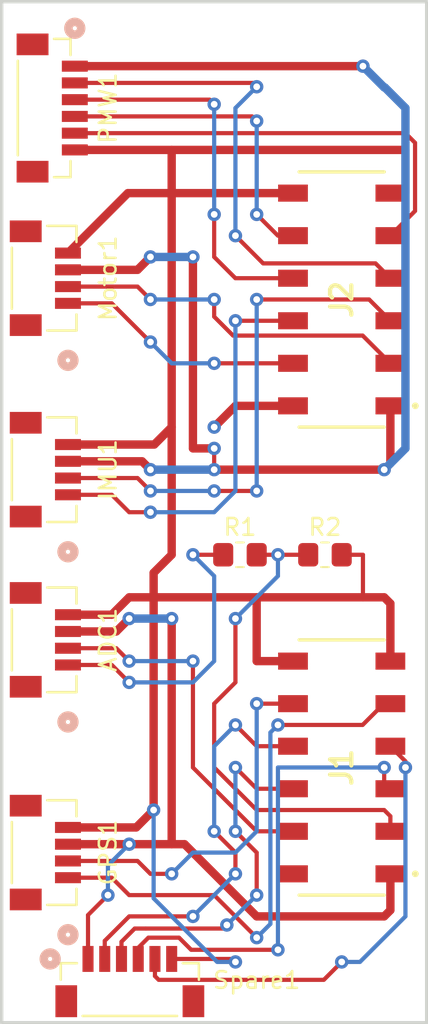
<source format=kicad_pcb>
(kicad_pcb (version 20221018) (generator pcbnew)
  (layers (0 "F.Cu" signal) (31 "B.Cu" signal) (34 "B.Paste" user) (35 "F.Paste" user) (36 "B.SilkS" user "B.Silkscreen") (37 "F.SilkS" user "F.Silkscreen") (38 "B.Mask" user) (39 "F.Mask" user) (44 "Edge.Cuts" user))
  (net 0 "")
  (net 2 "Net-(J1-Pad5)")
  (net 3 "Net-(J1-Pad6)")
  (net 4 "Net-(J1-Pad7)")
  (net 5 "Net-(J1-Pad8)")
  (net 6 "unconnected-(J2-Pad2)")
  (net 7 "Net-(J2-Pad7)")
  (net 8 "Net-(J2-Pad8)")
  (net 9 "Net-(J2-Pad9)")
  (net 10 "Net-(J2-Pad10)")
  (net 11 "Net-(ADC1-Pad1)")
  (net 12 "Net-(ADC1-Pad2)")
  (net 13 "Net-(ADC1-Pad3)")
  (net 14 "Net-(ADC1-Pad4)")
  (net 15 "Net-(GPS1-Pad1)")
  (net 16 "Net-(GPS1-Pad2)")
  (net 17 "Net-(IMU1-Pad1)")
  (net 18 "Net-(IMU1-Pad2)")
  (net 19 "Net-(IMU1-Pad3)")
  (net 20 "Net-(J1-Pad3)")
  (net 21 "Net-(J2-Pad3)")
  (net 22 "Net-(J2-Pad4)")
  (footprint "Resistor_SMD:R_0805_2012Metric_Pad1.20x1.40mm_HandSolder" (layer "F.Cu") (at 79.01 63.5)
    (fp_text reference "R1" (at 0 -1.65) (layer "F.SilkS"))
    (fp_text value "8K2")
    (fp_line (start -0.227064 -0.735) (end 0.227064 -0.735) (stroke (width 0.12)) (layer "F.SilkS"))
    (fp_line (start -0.227064 0.735) (end 0.227064 0.735) (stroke (width 0.12)) (layer "F.SilkS"))
    (pad "1" smd roundrect (at -1 0) (size 1.2 1.4) (layers "F.Cu" "F.Paste" "F.Mask") (roundrect_rratio 0.2083333333) (net 11 "Net-(ADC1-Pad1)"))
    (pad "2" smd roundrect (at 1 0) (size 1.2 1.4) (layers "F.Cu" "F.Paste" "F.Mask") (roundrect_rratio 0.2083333333) (net 20 "Net-(J1-Pad3)"))
  )
  (footprint "footprints1:CONN_BM04B-SRSS-TBT LFSN_JST" (layer "F.Cu") (at 67.31 58.42 90)
    (fp_text reference "IMU1" (at 0 3.81 90 unlocked) (layer "F.SilkS"))
    (fp_text value "BM04B-SRSS-TBT LFSN" hide)
    (fp_circle (center -4.9022 1.4216) (end -4.5212 1.4216) (stroke (width 0.508)) (fill none) (layer "B.SilkS"))
    (fp_line (start -3.1242 0.181841) (end -3.1242 1.9304) (stroke (width 0.1524)) (layer "F.SilkS"))
    (fp_line (start -3.1242 1.9304) (end -2.16294 1.9304) (stroke (width 0.1524)) (layer "F.SilkS"))
    (fp_line (start 1.819559 -1.9304) (end -1.819559 -1.9304) (stroke (width 0.1524)) (layer "F.SilkS"))
    (fp_line (start 2.16294 1.9304) (end 3.1242 1.9304) (stroke (width 0.1524)) (layer "F.SilkS"))
    (fp_line (start 3.1242 1.9304) (end 3.1242 0.181841) (stroke (width 0.1524)) (layer "F.SilkS"))
    (fp_circle (center -4.9022 1.4216) (end -4.5212 1.4216) (stroke (width 0.508)) (fill none) (layer "F.SilkS"))
    (pad "1" smd rect (at -1.5 1.4216 90) (size 0.6604 1.5494) (layers "F.Cu" "F.Paste" "F.Mask") (net 17 "Net-(IMU1-Pad1)"))
    (pad "2" smd rect (at -0.499999 1.4216 90) (size 0.6604 1.5494) (layers "F.Cu" "F.Paste" "F.Mask") (net 18 "Net-(IMU1-Pad2)"))
    (pad "3" smd rect (at 0.499999 1.4216 90) (size 0.6604 1.5494) (layers "F.Cu" "F.Paste" "F.Mask") (net 19 "Net-(IMU1-Pad3)"))
    (pad "4" smd rect (at 1.5 1.4216 90) (size 0.6604 1.5494) (layers "F.Cu" "F.Paste" "F.Mask") (net 14 "Net-(ADC1-Pad4)"))
    (pad "5" smd rect (at -2.799999 -1.103399 180) (size 1.905 1.2954) (layers "F.Cu" "F.Paste" "F.Mask"))
    (pad "6" smd rect (at 2.799999 -1.103399 180) (size 1.905 1.2954) (layers "F.Cu" "F.Paste" "F.Mask"))
  )
  (footprint "footprints:CONN_BM06B-SRSS-TB_JST" (layer "F.Cu") (at 72.43 89.459791)
    (fp_text reference "Spare1" (at 7.58 -0.559791 unlocked) (layer "F.SilkS"))
    (fp_text value "BM06B-SRSS-TBLFSN" hide)
    (fp_circle (center -4.7625 -1.829791) (end -4.3815 -1.829791) (stroke (width 0.508)) (fill none) (layer "B.SilkS"))
    (fp_line (start -4.1275 -1.5748) (end -4.1275 -0.590017) (stroke (width 0.1524)) (layer "F.SilkS"))
    (fp_line (start -3.16294 -1.5748) (end -4.1275 -1.5748) (stroke (width 0.1524)) (layer "F.SilkS"))
    (fp_line (start -2.81956 1.5748) (end 2.81956 1.5748) (stroke (width 0.1524)) (layer "F.SilkS"))
    (fp_line (start 4.1275 -1.5748) (end 3.16294 -1.5748) (stroke (width 0.1524)) (layer "F.SilkS"))
    (fp_line (start 4.1275 -0.590017) (end 4.1275 -1.5748) (stroke (width 0.1524)) (layer "F.SilkS"))
    (fp_circle (center -4.7625 -1.829791) (end -4.3815 -1.829791) (stroke (width 0.508)) (fill none) (layer "F.SilkS"))
    (pad "1" smd rect (at -2.5 -1.829791) (size 0.6604 1.5494) (layers "F.Cu" "F.Paste" "F.Mask") (net 13 "Net-(ADC1-Pad3)"))
    (pad "2" smd rect (at -1.5 -1.829791) (size 0.6604 1.5494) (layers "F.Cu" "F.Paste" "F.Mask") (net 5 "Net-(J1-Pad8)"))
    (pad "3" smd rect (at -0.499999 -1.829791) (size 0.6604 1.5494) (layers "F.Cu" "F.Paste" "F.Mask") (net 3 "Net-(J1-Pad6)"))
    (pad "4" smd rect (at 0.499999 -1.829791) (size 0.6604 1.5494) (layers "F.Cu" "F.Paste" "F.Mask") (net 2 "Net-(J1-Pad5)"))
    (pad "5" smd rect (at 1.5 -1.829791) (size 0.6604 1.5494) (layers "F.Cu" "F.Paste" "F.Mask") (net 4 "Net-(J1-Pad7)"))
    (pad "6" smd rect (at 2.5 -1.829791) (size 0.6604 1.5494) (layers "F.Cu" "F.Paste" "F.Mask") (net 14 "Net-(ADC1-Pad4)"))
    (pad "7" smd rect (at -3.8 0.695223 90) (size 1.905 1.2954) (layers "F.Cu" "F.Paste" "F.Mask"))
    (pad "8" smd rect (at 3.8 0.695223 90) (size 1.905 1.2954) (layers "F.Cu" "F.Paste" "F.Mask"))
  )
  (footprint "Resistor_SMD:R_0805_2012Metric_Pad1.20x1.40mm_HandSolder" (layer "F.Cu") (at 84.09 63.5)
    (fp_text reference "R2" (at 0 -1.65) (layer "F.SilkS"))
    (fp_text value "3K")
    (fp_line (start -0.227064 -0.735) (end 0.227064 -0.735) (stroke (width 0.12)) (layer "F.SilkS"))
    (fp_line (start -0.227064 0.735) (end 0.227064 0.735) (stroke (width 0.12)) (layer "F.SilkS"))
    (pad "1" smd roundrect (at -1 0) (size 1.2 1.4) (layers "F.Cu" "F.Paste" "F.Mask") (roundrect_rratio 0.2083333333) (net 20 "Net-(J1-Pad3)"))
    (pad "2" smd roundrect (at 1 0) (size 1.2 1.4) (layers "F.Cu" "F.Paste" "F.Mask") (roundrect_rratio 0.2083333333) (net 14 "Net-(ADC1-Pad4)"))
  )
  (footprint "footprints1:CONN_BM04B-SRSS-TBT LFSN_JST" (layer "F.Cu") (at 67.31 46.99 90)
    (fp_text reference "Motor1" (at 0 3.81 90 unlocked) (layer "F.SilkS"))
    (fp_text value "BM04B-SRSS-TBT LFSN" hide)
    (fp_circle (center -4.9022 1.4216) (end -4.5212 1.4216) (stroke (width 0.508)) (fill none) (layer "B.SilkS"))
    (fp_line (start -3.1242 0.181841) (end -3.1242 1.9304) (stroke (width 0.1524)) (layer "F.SilkS"))
    (fp_line (start -3.1242 1.9304) (end -2.16294 1.9304) (stroke (width 0.1524)) (layer "F.SilkS"))
    (fp_line (start 1.819559 -1.9304) (end -1.819559 -1.9304) (stroke (width 0.1524)) (layer "F.SilkS"))
    (fp_line (start 2.16294 1.9304) (end 3.1242 1.9304) (stroke (width 0.1524)) (layer "F.SilkS"))
    (fp_line (start 3.1242 1.9304) (end 3.1242 0.181841) (stroke (width 0.1524)) (layer "F.SilkS"))
    (fp_circle (center -4.9022 1.4216) (end -4.5212 1.4216) (stroke (width 0.508)) (fill none) (layer "F.SilkS"))
    (pad "1" smd rect (at -1.5 1.4216 90) (size 0.6604 1.5494) (layers "F.Cu" "F.Paste" "F.Mask") (net 22 "Net-(J2-Pad4)"))
    (pad "2" smd rect (at -0.499999 1.4216 90) (size 0.6604 1.5494) (layers "F.Cu" "F.Paste" "F.Mask") (net 21 "Net-(J2-Pad3)"))
    (pad "3" smd rect (at 0.499999 1.4216 90) (size 0.6604 1.5494) (layers "F.Cu" "F.Paste" "F.Mask") (net 19 "Net-(IMU1-Pad3)"))
    (pad "4" smd rect (at 1.5 1.4216 90) (size 0.6604 1.5494) (layers "F.Cu" "F.Paste" "F.Mask") (net 14 "Net-(ADC1-Pad4)"))
    (pad "5" smd rect (at -2.799999 -1.103399 180) (size 1.905 1.2954) (layers "F.Cu" "F.Paste" "F.Mask"))
    (pad "6" smd rect (at 2.799999 -1.103399 180) (size 1.905 1.2954) (layers "F.Cu" "F.Paste" "F.Mask"))
  )
  (footprint "KiCad:M207810645R" (layer "F.Cu") (at 85.09 76.2 90)
    (fp_text reference "J1" (at 0 0 90) (layer "F.SilkS") (effects (font (size 1.27 1.27) (thickness 0.254))))
    (fp_text value "M20-7810645R" hide)
    (fp_line (start -7.62 -2.54) (end -7.62 -2.54) (stroke (width 0.2)) (layer "F.SilkS"))
    (fp_line (start -7.62 -2.54) (end -7.62 2.54) (stroke (width 0.2)) (layer "F.SilkS"))
    (fp_line (start -7.62 2.54) (end -7.62 -2.54) (stroke (width 0.2)) (layer "F.SilkS"))
    (fp_line (start -7.62 2.54) (end -7.62 2.54) (stroke (width 0.2)) (layer "F.SilkS"))
    (fp_line (start -6.35 4.3) (end -6.35 4.3) (stroke (width 0.2)) (layer "F.SilkS"))
    (fp_line (start -6.35 4.5) (end -6.35 4.5) (stroke (width 0.2)) (layer "F.SilkS"))
    (fp_line (start -6.35 4.5) (end -6.35 4.5) (stroke (width 0.2)) (layer "F.SilkS"))
    (fp_line (start 7.62 -2.54) (end 7.62 -2.54) (stroke (width 0.2)) (layer "F.SilkS"))
    (fp_line (start 7.62 -2.54) (end 7.62 2.54) (stroke (width 0.2)) (layer "F.SilkS"))
    (fp_line (start 7.62 2.54) (end 7.62 -2.54) (stroke (width 0.2)) (layer "F.SilkS"))
    (fp_line (start 7.62 2.54) (end 7.62 2.54) (stroke (width 0.2)) (layer "F.SilkS"))
    (fp_arc (start -6.35 4.3) (mid -6.25 4.4) (end -6.35 4.5) (stroke (width 0.2)) (layer "F.SilkS"))
    (fp_arc (start -6.35 4.3) (mid -6.25 4.4) (end -6.35 4.5) (stroke (width 0.2)) (layer "F.SilkS"))
    (fp_arc (start -6.35 4.5) (mid -6.45 4.4) (end -6.35 4.3) (stroke (width 0.2)) (layer "F.SilkS"))
    (pad "" np_thru_hole circle (at -6.35 -1.27 90) (size 1.02 1.02) (drill 1.02) (layers "*.Cu" "*.Mask"))
    (pad "" np_thru_hole circle (at -6.35 1.27 90) (size 1.02 1.02) (drill 1.02) (layers "*.Cu" "*.Mask"))
    (pad "" np_thru_hole circle (at -5.08 0 90) (size 1.8 1.8) (drill 1.8) (layers "*.Cu" "*.Mask"))
    (pad "" np_thru_hole circle (at -3.81 -1.27 90) (size 1.02 1.02) (drill 1.02) (layers "*.Cu" "*.Mask"))
    (pad "" np_thru_hole circle (at -3.81 1.27 90) (size 1.02 1.02) (drill 1.02) (layers "*.Cu" "*.Mask"))
    (pad "" np_thru_hole circle (at -1.27 -1.27 90) (size 1.02 1.02) (drill 1.02) (layers "*.Cu" "*.Mask"))
    (pad "" np_thru_hole circle (at -1.27 1.27 90) (size 1.02 1.02) (drill 1.02) (layers "*.Cu" "*.Mask"))
    (pad "" np_thru_hole circle (at 1.27 -1.27 90) (size 1.02 1.02) (drill 1.02) (layers "*.Cu" "*.Mask"))
    (pad "" np_thru_hole circle (at 1.27 1.27 90) (size 1.02 1.02) (drill 1.02) (layers "*.Cu" "*.Mask"))
    (pad "" np_thru_hole circle (at 3.81 -1.27 90) (size 1.02 1.02) (drill 1.02) (layers "*.Cu" "*.Mask"))
    (pad "" np_thru_hole circle (at 3.81 1.27 90) (size 1.02 1.02) (drill 1.02) (layers "*.Cu" "*.Mask"))
    (pad "" np_thru_hole circle (at 5.08 0 90) (size 1.8 1.8) (drill 1.8) (layers "*.Cu" "*.Mask"))
    (pad "" np_thru_hole circle (at 6.35 -1.27 90) (size 1.02 1.02) (drill 1.02) (layers "*.Cu" "*.Mask"))
    (pad "" np_thru_hole circle (at 6.35 1.27 90) (size 1.02 1.02) (drill 1.02) (layers "*.Cu" "*.Mask"))
    (pad "1" smd rect (at -6.35 2.91 90) (size 1.02 1.78) (layers "F.Cu" "F.Paste" "F.Mask") (net 13 "Net-(ADC1-Pad3)"))
    (pad "2" smd rect (at -6.35 -2.91 90) (size 1.02 1.78) (layers "F.Cu" "F.Paste" "F.Mask"))
    (pad "3" smd rect (at -3.81 2.91 90) (size 1.02 1.78) (layers "F.Cu" "F.Paste" "F.Mask") (net 20 "Net-(J1-Pad3)"))
    (pad "4" smd rect (at -3.81 -2.91 90) (size 1.02 1.78) (layers "F.Cu" "F.Paste" "F.Mask") (net 12 "Net-(ADC1-Pad2)"))
    (pad "5" smd rect (at -1.27 2.91 90) (size 1.02 1.78) (layers "F.Cu" "F.Paste" "F.Mask") (net 2 "Net-(J1-Pad5)"))
    (pad "6" smd rect (at -1.27 -2.91 90) (size 1.02 1.78) (layers "F.Cu" "F.Paste" "F.Mask") (net 3 "Net-(J1-Pad6)"))
    (pad "7" smd rect (at 1.27 2.91 90) (size 1.02 1.78) (layers "F.Cu" "F.Paste" "F.Mask") (net 4 "Net-(J1-Pad7)"))
    (pad "8" smd rect (at 1.27 -2.91 90) (size 1.02 1.78) (layers "F.Cu" "F.Paste" "F.Mask") (net 5 "Net-(J1-Pad8)"))
    (pad "9" smd rect (at 3.81 2.91 90) (size 1.02 1.78) (layers "F.Cu" "F.Paste" "F.Mask") (net 15 "Net-(GPS1-Pad1)"))
    (pad "10" smd rect (at 3.81 -2.91 90) (size 1.02 1.78) (layers "F.Cu" "F.Paste" "F.Mask") (net 16 "Net-(GPS1-Pad2)"))
    (pad "11" smd rect (at 6.35 2.91 90) (size 1.02 1.78) (layers "F.Cu" "F.Paste" "F.Mask") (net 14 "Net-(ADC1-Pad4)"))
    (pad "12" smd rect (at 6.35 -2.91 90) (size 1.02 1.78) (layers "F.Cu" "F.Paste" "F.Mask") (net 14 "Net-(ADC1-Pad4)"))
  )
  (footprint "KiCad:M207810645R" (layer "F.Cu") (at 85.09 48.26 90)
    (fp_text reference "J2" (at 0 0 90) (layer "F.SilkS") (effects (font (size 1.27 1.27) (thickness 0.254))))
    (fp_text value "M20-7810645R" hide)
    (fp_line (start -7.62 -2.54) (end -7.62 -2.54) (stroke (width 0.2)) (layer "F.SilkS"))
    (fp_line (start -7.62 -2.54) (end -7.62 2.54) (stroke (width 0.2)) (layer "F.SilkS"))
    (fp_line (start -7.62 2.54) (end -7.62 -2.54) (stroke (width 0.2)) (layer "F.SilkS"))
    (fp_line (start -7.62 2.54) (end -7.62 2.54) (stroke (width 0.2)) (layer "F.SilkS"))
    (fp_line (start -6.35 4.3) (end -6.35 4.3) (stroke (width 0.2)) (layer "F.SilkS"))
    (fp_line (start -6.35 4.5) (end -6.35 4.5) (stroke (width 0.2)) (layer "F.SilkS"))
    (fp_line (start -6.35 4.5) (end -6.35 4.5) (stroke (width 0.2)) (layer "F.SilkS"))
    (fp_line (start 7.62 -2.54) (end 7.62 -2.54) (stroke (width 0.2)) (layer "F.SilkS"))
    (fp_line (start 7.62 -2.54) (end 7.62 2.54) (stroke (width 0.2)) (layer "F.SilkS"))
    (fp_line (start 7.62 2.54) (end 7.62 -2.54) (stroke (width 0.2)) (layer "F.SilkS"))
    (fp_line (start 7.62 2.54) (end 7.62 2.54) (stroke (width 0.2)) (layer "F.SilkS"))
    (fp_arc (start -6.35 4.3) (mid -6.25 4.4) (end -6.35 4.5) (stroke (width 0.2)) (layer "F.SilkS"))
    (fp_arc (start -6.35 4.3) (mid -6.25 4.4) (end -6.35 4.5) (stroke (width 0.2)) (layer "F.SilkS"))
    (fp_arc (start -6.35 4.5) (mid -6.45 4.4) (end -6.35 4.3) (stroke (width 0.2)) (layer "F.SilkS"))
    (pad "" np_thru_hole circle (at -6.35 -1.27 90) (size 1.02 1.02) (drill 1.02) (layers "*.Cu" "*.Mask"))
    (pad "" np_thru_hole circle (at -6.35 1.27 90) (size 1.02 1.02) (drill 1.02) (layers "*.Cu" "*.Mask"))
    (pad "" np_thru_hole circle (at -5.08 0 90) (size 1.8 1.8) (drill 1.8) (layers "*.Cu" "*.Mask"))
    (pad "" np_thru_hole circle (at -3.81 -1.27 90) (size 1.02 1.02) (drill 1.02) (layers "*.Cu" "*.Mask"))
    (pad "" np_thru_hole circle (at -3.81 1.27 90) (size 1.02 1.02) (drill 1.02) (layers "*.Cu" "*.Mask"))
    (pad "" np_thru_hole circle (at -1.27 -1.27 90) (size 1.02 1.02) (drill 1.02) (layers "*.Cu" "*.Mask"))
    (pad "" np_thru_hole circle (at -1.27 1.27 90) (size 1.02 1.02) (drill 1.02) (layers "*.Cu" "*.Mask"))
    (pad "" np_thru_hole circle (at 1.27 -1.27 90) (size 1.02 1.02) (drill 1.02) (layers "*.Cu" "*.Mask"))
    (pad "" np_thru_hole circle (at 1.27 1.27 90) (size 1.02 1.02) (drill 1.02) (layers "*.Cu" "*.Mask"))
    (pad "" np_thru_hole circle (at 3.81 -1.27 90) (size 1.02 1.02) (drill 1.02) (layers "*.Cu" "*.Mask"))
    (pad "" np_thru_hole circle (at 3.81 1.27 90) (size 1.02 1.02) (drill 1.02) (layers "*.Cu" "*.Mask"))
    (pad "" np_thru_hole circle (at 5.08 0 90) (size 1.8 1.8) (drill 1.8) (layers "*.Cu" "*.Mask"))
    (pad "" np_thru_hole circle (at 6.35 -1.27 90) (size 1.02 1.02) (drill 1.02) (layers "*.Cu" "*.Mask"))
    (pad "" np_thru_hole circle (at 6.35 1.27 90) (size 1.02 1.02) (drill 1.02) (layers "*.Cu" "*.Mask"))
    (pad "1" smd rect (at -6.35 2.91 90) (size 1.02 1.78) (layers "F.Cu" "F.Paste" "F.Mask") (net 19 "Net-(IMU1-Pad3)"))
    (pad "2" smd rect (at -6.35 -2.91 90) (size 1.02 1.78) (layers "F.Cu" "F.Paste" "F.Mask") (net 6 "unconnected-(J2-Pad2)"))
    (pad "3" smd rect (at -3.81 2.91 90) (size 1.02 1.78) (layers "F.Cu" "F.Paste" "F.Mask") (net 21 "Net-(J2-Pad3)"))
    (pad "4" smd rect (at -3.81 -2.91 90) (size 1.02 1.78) (layers "F.Cu" "F.Paste" "F.Mask") (net 22 "Net-(J2-Pad4)"))
    (pad "5" smd rect (at -1.27 2.91 90) (size 1.02 1.78) (layers "F.Cu" "F.Paste" "F.Mask") (net 18 "Net-(IMU1-Pad2)"))
    (pad "6" smd rect (at -1.27 -2.91 90) (size 1.02 1.78) (layers "F.Cu" "F.Paste" "F.Mask") (net 17 "Net-(IMU1-Pad1)"))
    (pad "7" smd rect (at 1.27 2.91 90) (size 1.02 1.78) (layers "F.Cu" "F.Paste" "F.Mask") (net 7 "Net-(J2-Pad7)"))
    (pad "8" smd rect (at 1.27 -2.91 90) (size 1.02 1.78) (layers "F.Cu" "F.Paste" "F.Mask") (net 8 "Net-(J2-Pad8)"))
    (pad "9" smd rect (at 3.81 2.91 90) (size 1.02 1.78) (layers "F.Cu" "F.Paste" "F.Mask") (net 9 "Net-(J2-Pad9)"))
    (pad "10" smd rect (at 3.81 -2.91 90) (size 1.02 1.78) (layers "F.Cu" "F.Paste" "F.Mask") (net 10 "Net-(J2-Pad10)"))
    (pad "11" smd rect (at 6.35 2.91 90) (size 1.02 1.78) (layers "F.Cu" "F.Paste" "F.Mask") (net 14 "Net-(ADC1-Pad4)"))
    (pad "12" smd rect (at 6.35 -2.91 90) (size 1.02 1.78) (layers "F.Cu" "F.Paste" "F.Mask") (net 14 "Net-(ADC1-Pad4)"))
  )
  (footprint "footprints1:CONN_BM04B-SRSS-TBT LFSN_JST" (layer "F.Cu") (at 67.31 81.28 90)
    (fp_text reference "GPS1" (at 0 3.81 90 unlocked) (layer "F.SilkS"))
    (fp_text value "BM04B-SRSS-TBT LFSN" hide)
    (fp_circle (center -4.9022 1.4216) (end -4.5212 1.4216) (stroke (width 0.508)) (fill none) (layer "B.SilkS"))
    (fp_line (start -3.1242 0.181841) (end -3.1242 1.9304) (stroke (width 0.1524)) (layer "F.SilkS"))
    (fp_line (start -3.1242 1.9304) (end -2.16294 1.9304) (stroke (width 0.1524)) (layer "F.SilkS"))
    (fp_line (start 1.819559 -1.9304) (end -1.819559 -1.9304) (stroke (width 0.1524)) (layer "F.SilkS"))
    (fp_line (start 2.16294 1.9304) (end 3.1242 1.9304) (stroke (width 0.1524)) (layer "F.SilkS"))
    (fp_line (start 3.1242 1.9304) (end 3.1242 0.181841) (stroke (width 0.1524)) (layer "F.SilkS"))
    (fp_circle (center -4.9022 1.4216) (end -4.5212 1.4216) (stroke (width 0.508)) (fill none) (layer "F.SilkS"))
    (pad "1" smd rect (at -1.5 1.4216 90) (size 0.6604 1.5494) (layers "F.Cu" "F.Paste" "F.Mask") (net 15 "Net-(GPS1-Pad1)"))
    (pad "2" smd rect (at -0.499999 1.4216 90) (size 0.6604 1.5494) (layers "F.Cu" "F.Paste" "F.Mask") (net 16 "Net-(GPS1-Pad2)"))
    (pad "3" smd rect (at 0.499999 1.4216 90) (size 0.6604 1.5494) (layers "F.Cu" "F.Paste" "F.Mask") (net 13 "Net-(ADC1-Pad3)"))
    (pad "4" smd rect (at 1.5 1.4216 90) (size 0.6604 1.5494) (layers "F.Cu" "F.Paste" "F.Mask") (net 14 "Net-(ADC1-Pad4)"))
    (pad "5" smd rect (at -2.799999 -1.103399 180) (size 1.905 1.2954) (layers "F.Cu" "F.Paste" "F.Mask"))
    (pad "6" smd rect (at 2.799999 -1.103399 180) (size 1.905 1.2954) (layers "F.Cu" "F.Paste" "F.Mask"))
  )
  (footprint "footprints1:CONN_BM04B-SRSS-TBT LFSN_JST" (layer "F.Cu") (at 67.31 68.58 90)
    (fp_text reference "ADC1" (at 0 3.81 90 unlocked) (layer "F.SilkS"))
    (fp_text value "BM04B-SRSS-TBT LFSN" hide)
    (fp_circle (center -4.9022 1.4216) (end -4.5212 1.4216) (stroke (width 0.508)) (fill none) (layer "B.SilkS"))
    (fp_line (start -3.1242 0.181841) (end -3.1242 1.9304) (stroke (width 0.1524)) (layer "F.SilkS"))
    (fp_line (start -3.1242 1.9304) (end -2.16294 1.9304) (stroke (width 0.1524)) (layer "F.SilkS"))
    (fp_line (start 1.819559 -1.9304) (end -1.819559 -1.9304) (stroke (width 0.1524)) (layer "F.SilkS"))
    (fp_line (start 2.16294 1.9304) (end 3.1242 1.9304) (stroke (width 0.1524)) (layer "F.SilkS"))
    (fp_line (start 3.1242 1.9304) (end 3.1242 0.181841) (stroke (width 0.1524)) (layer "F.SilkS"))
    (fp_circle (center -4.9022 1.4216) (end -4.5212 1.4216) (stroke (width 0.508)) (fill none) (layer "F.SilkS"))
    (pad "1" smd rect (at -1.5 1.4216 90) (size 0.6604 1.5494) (layers "F.Cu" "F.Paste" "F.Mask") (net 11 "Net-(ADC1-Pad1)"))
    (pad "2" smd rect (at -0.499999 1.4216 90) (size 0.6604 1.5494) (layers "F.Cu" "F.Paste" "F.Mask") (net 12 "Net-(ADC1-Pad2)"))
    (pad "3" smd rect (at 0.499999 1.4216 90) (size 0.6604 1.5494) (layers "F.Cu" "F.Paste" "F.Mask") (net 13 "Net-(ADC1-Pad3)"))
    (pad "4" smd rect (at 1.5 1.4216 90) (size 0.6604 1.5494) (layers "F.Cu" "F.Paste" "F.Mask") (net 14 "Net-(ADC1-Pad4)"))
    (pad "5" smd rect (at -2.799999 -1.103399 180) (size 1.905 1.2954) (layers "F.Cu" "F.Paste" "F.Mask"))
    (pad "6" smd rect (at 2.799999 -1.103399 180) (size 1.905 1.2954) (layers "F.Cu" "F.Paste" "F.Mask"))
  )
  (footprint "footprints:CONN_BM06B-SRSS-TB_JST" (layer "F.Cu") (at 67.31 36.83 -90)
    (fp_text reference "PMW1" (at 0 -3.81 90 unlocked) (layer "F.SilkS"))
    (fp_text value "BM06B-SRSS-TBLFSN" hide)
    (fp_circle (center -4.7625 -1.829791) (end -4.3815 -1.829791) (stroke (width 0.508)) (fill none) (layer "B.SilkS"))
    (fp_line (start -4.1275 -1.5748) (end -4.1275 -0.590017) (stroke (width 0.1524)) (layer "F.SilkS"))
    (fp_line (start -3.16294 -1.5748) (end -4.1275 -1.5748) (stroke (width 0.1524)) (layer "F.SilkS"))
    (fp_line (start -2.81956 1.5748) (end 2.81956 1.5748) (stroke (width 0.1524)) (layer "F.SilkS"))
    (fp_line (start 4.1275 -1.5748) (end 3.16294 -1.5748) (stroke (width 0.1524)) (layer "F.SilkS"))
    (fp_line (start 4.1275 -0.590017) (end 4.1275 -1.5748) (stroke (width 0.1524)) (layer "F.SilkS"))
    (fp_circle (center -4.7625 -1.829791) (end -4.3815 -1.829791) (stroke (width 0.508)) (fill none) (layer "F.SilkS"))
    (pad "1" smd rect (at -2.5 -1.829791 270) (size 0.6604 1.5494) (layers "F.Cu" "F.Paste" "F.Mask") (net 19 "Net-(IMU1-Pad3)"))
    (pad "2" smd rect (at -1.5 -1.829791 270) (size 0.6604 1.5494) (layers "F.Cu" "F.Paste" "F.Mask") (net 7 "Net-(J2-Pad7)"))
    (pad "3" smd rect (at -0.499999 -1.829791 270) (size 0.6604 1.5494) (layers "F.Cu" "F.Paste" "F.Mask") (net 8 "Net-(J2-Pad8)"))
    (pad "4" smd rect (at 0.499999 -1.829791 270) (size 0.6604 1.5494) (layers "F.Cu" "F.Paste" "F.Mask") (net 10 "Net-(J2-Pad10)"))
    (pad "5" smd rect (at 1.5 -1.829791 270) (size 0.6604 1.5494) (layers "F.Cu" "F.Paste" "F.Mask") (net 9 "Net-(J2-Pad9)"))
    (pad "6" smd rect (at 2.5 -1.829791 270) (size 0.6604 1.5494) (layers "F.Cu" "F.Paste" "F.Mask") (net 14 "Net-(ADC1-Pad4)"))
    (pad "7" smd rect (at -3.8 0.695223) (size 1.905 1.2954) (layers "F.Cu" "F.Paste" "F.Mask"))
    (pad "8" smd rect (at 3.8 0.695223) (size 1.905 1.2954) (layers "F.Cu" "F.Paste" "F.Mask"))
  )
  (gr_rect (start 64.77 30.48) (end 90.17 91.44) (stroke (width 0.2)) (fill none) (layer "Edge.Cuts"))
  (segment (start 73.53639 86.36) (end 75.3699 86.36) (width 0.25) (layer "F.Cu") (net 2))
  (segment (start 72.929999 87.63) (end 72.929999 86.966391) (width 0.25) (layer "F.Cu") (net 2))
  (segment (start 87.63 76.2) (end 87.63 77.1) (width 0.25) (layer "F.Cu") (net 2))
  (segment (start 75.3699 86.36) (end 76.0944 87.0845) (width 0.25) (layer "F.Cu") (net 2))
  (segment (start 76.0944 87.0845) (end 81.28 87.0845) (width 0.25) (layer "F.Cu") (net 2))
  (segment (start 87.63 77.1) (end 88 77.47) (width 0.25) (layer "F.Cu") (net 2))
  (segment (start 72.929999 86.966391) (end 73.53639 86.36) (width 0.25) (layer "F.Cu") (net 2))
  (via (at 87.63 76.2) (size 0.8) (drill 0.4) (layers "F.Cu" "B.Cu") (net 2))
  (via (at 81.28 87.0845) (size 0.8) (drill 0.4) (layers "F.Cu" "B.Cu") (net 2))
  (segment (start 81.28 76.2) (end 81.28 87.0845) (width 0.25) (layer "B.Cu") (net 2))
  (segment (start 87.63 76.2) (end 81.28 76.2) (width 0.25) (layer "B.Cu") (net 2))
  (segment (start 80.01 83.82) (end 80.01 81.28) (width 0.25) (layer "F.Cu") (net 3))
  (segment (start 78.015 85.815) (end 73.385 85.815) (width 0.25) (layer "F.Cu") (net 3))
  (segment (start 72.720301 85.815) (end 73.385 85.815) (width 0.25) (layer "F.Cu") (net 3))
  (segment (start 71.930001 87.63) (end 71.930001 86.6053) (width 0.25) (layer "F.Cu") (net 3))
  (segment (start 82.18 77.47) (end 80.01 77.47) (width 0.25) (layer "F.Cu") (net 3))
  (segment (start 80.01 77.47) (end 78.74 76.2) (width 0.25) (layer "F.Cu") (net 3))
  (segment (start 71.930001 86.6053) (end 72.720301 85.815) (width 0.25) (layer "F.Cu") (net 3))
  (segment (start 78.2277 85.6023) (end 78.015 85.815) (width 0.25) (layer "F.Cu") (net 3))
  (segment (start 80.01 81.28) (end 78.74 80.01) (width 0.25) (layer "F.Cu") (net 3))
  (via (at 78.74 80.01) (size 0.8) (drill 0.4) (layers "F.Cu" "B.Cu") (net 3))
  (via (at 80.01 83.82) (size 0.8) (drill 0.4) (layers "F.Cu" "B.Cu") (net 3))
  (via (at 78.74 76.2) (size 0.8) (drill 0.4) (layers "F.Cu" "B.Cu") (net 3))
  (via (at 78.2277 85.6023) (size 0.8) (drill 0.4) (layers "F.Cu" "B.Cu") (net 3))
  (segment (start 78.74 76.2) (end 78.74 80.01) (width 0.25) (layer "B.Cu") (net 3))
  (segment (start 78.2277 85.6023) (end 80.01 83.82) (width 0.25) (layer "B.Cu") (net 3))
  (segment (start 88.9 75.83) (end 88 74.93) (width 0.25) (layer "F.Cu") (net 4))
  (segment (start 88.9 76.2) (end 88.9 75.83) (width 0.25) (layer "F.Cu") (net 4))
  (segment (start 73.93 87.63) (end 73.93 88.6547) (width 0.25) (layer "F.Cu") (net 4))
  (segment (start 73.93 88.6547) (end 74.152814 88.877514) (width 0.25) (layer "F.Cu") (net 4))
  (segment (start 74.152814 88.877514) (end 84.021986 88.877514) (width 0.25) (layer "F.Cu") (net 4))
  (segment (start 84.021986 88.877514) (end 85.09 87.8095) (width 0.25) (layer "F.Cu") (net 4))
  (via (at 85.09 87.8095) (size 0.8) (drill 0.4) (layers "F.Cu" "B.Cu") (net 4))
  (via (at 88.9 76.2) (size 0.8) (drill 0.4) (layers "F.Cu" "B.Cu") (net 4))
  (segment (start 88.9 85.09) (end 88.9 76.2) (width 0.25) (layer "B.Cu") (net 4))
  (segment (start 88.9 85.09) (end 86.1805 87.8095) (width 0.25) (layer "B.Cu") (net 4))
  (segment (start 86.1805 87.8095) (end 85.09 87.8095) (width 0.25) (layer "B.Cu") (net 4))
  (segment (start 72.39 85.09) (end 76.2 85.09) (width 0.25) (layer "F.Cu") (net 5))
  (segment (start 78.74 81.28) (end 78.74 82.55) (width 0.25) (layer "F.Cu") (net 5))
  (segment (start 70.93 86.55) (end 72.39 85.09) (width 0.25) (layer "F.Cu") (net 5))
  (segment (start 77.47 80.01) (end 78.74 81.28) (width 0.25) (layer "F.Cu") (net 5))
  (segment (start 80.01 74.93) (end 78.74 73.66) (width 0.25) (layer "F.Cu") (net 5))
  (segment (start 82.18 74.93) (end 80.01 74.93) (width 0.25) (layer "F.Cu") (net 5))
  (segment (start 70.93 87.63) (end 70.93 86.55) (width 0.25) (layer "F.Cu") (net 5))
  (via (at 77.47 80.01) (size 0.8) (drill 0.4) (layers "F.Cu" "B.Cu") (net 5))
  (via (at 78.74 73.66) (size 0.8) (drill 0.4) (layers "F.Cu" "B.Cu") (net 5))
  (via (at 78.74 82.55) (size 0.8) (drill 0.4) (layers "F.Cu" "B.Cu") (net 5))
  (via (at 76.2 85.09) (size 0.8) (drill 0.4) (layers "F.Cu" "B.Cu") (net 5))
  (segment (start 78.74 73.66) (end 77.47 74.93) (width 0.25) (layer "B.Cu") (net 5))
  (segment (start 77.47 74.93) (end 77.47 80.01) (width 0.25) (layer "B.Cu") (net 5))
  (segment (start 78.74 82.55) (end 76.2 85.09) (width 0.25) (layer "B.Cu") (net 5))
  (segment (start 78.74 54.61) (end 77.47 55.88) (width 0.5) (layer "F.Cu") (net 6))
  (segment (start 82.18 54.61) (end 78.74 54.61) (width 0.5) (layer "F.Cu") (net 6))
  (via (at 77.47 55.88) (size 0.8) (drill 0.4) (layers "F.Cu" "B.Cu") (net 6))
  (segment (start 87.115 46.105) (end 80.395 46.105) (width 0.25) (layer "F.Cu") (net 7))
  (segment (start 80.395 46.105) (end 78.74 44.45) (width 0.25) (layer "F.Cu") (net 7))
  (segment (start 88 46.99) (end 87.115 46.105) (width 0.25) (layer "F.Cu") (net 7))
  (segment (start 69.139791 35.33) (end 79.78 35.33) (width 0.25) (layer "F.Cu") (net 7))
  (segment (start 79.78 35.33) (end 80.01 35.56) (width 0.25) (layer "F.Cu") (net 7))
  (via (at 78.74 44.45) (size 0.8) (drill 0.4) (layers "F.Cu" "B.Cu") (net 7))
  (via (at 80.01 35.56) (size 0.8) (drill 0.4) (layers "F.Cu" "B.Cu") (net 7))
  (segment (start 78.74 44.45) (end 78.74 36.83) (width 0.25) (layer "B.Cu") (net 7))
  (segment (start 78.74 36.83) (end 80.01 35.56) (width 0.25) (layer "B.Cu") (net 7))
  (segment (start 77.47 43.18) (end 77.47 45.72) (width 0.25) (layer "F.Cu") (net 8))
  (segment (start 78.74 46.99) (end 81.28 46.99) (width 0.25) (layer "F.Cu") (net 8))
  (segment (start 77.194502 36.330001) (end 77.47 36.605499) (width 0.25) (layer "F.Cu") (net 8))
  (segment (start 69.139791 36.330001) (end 77.194502 36.330001) (width 0.25) (layer "F.Cu") (net 8))
  (segment (start 77.47 45.72) (end 78.74 46.99) (width 0.25) (layer "F.Cu") (net 8))
  (segment (start 82.18 46.99) (end 81.28 46.99) (width 0.25) (layer "F.Cu") (net 8))
  (via (at 77.47 43.18) (size 0.8) (drill 0.4) (layers "F.Cu" "B.Cu") (net 8))
  (via (at 77.47 36.605499) (size 0.8) (drill 0.4) (layers "F.Cu" "B.Cu") (net 8))
  (segment (start 77.47 36.605499) (end 77.47 43.18) (width 0.25) (layer "B.Cu") (net 8))
  (segment (start 89.475 38.905) (end 89.475 42.975) (width 0.25) (layer "F.Cu") (net 9))
  (segment (start 69.139791 38.33) (end 88.9 38.33) (width 0.25) (layer "F.Cu") (net 9))
  (segment (start 89.475 42.975) (end 88 44.45) (width 0.25) (layer "F.Cu") (net 9))
  (segment (start 88.9 38.33) (end 89.475 38.905) (width 0.25) (layer "F.Cu") (net 9))
  (segment (start 81.28 44.45) (end 80.01 43.18) (width 0.25) (layer "F.Cu") (net 10))
  (segment (start 69.139791 37.329999) (end 79.734499 37.329999) (width 0.25) (layer "F.Cu") (net 10))
  (segment (start 79.734499 37.329999) (end 80.01 37.6055) (width 0.25) (layer "F.Cu") (net 10))
  (via (at 80.01 43.18) (size 0.8) (drill 0.4) (layers "F.Cu" "B.Cu") (net 10))
  (via (at 80.01 37.6055) (size 0.8) (drill 0.4) (layers "F.Cu" "B.Cu") (net 10))
  (segment (start 80.01 43.18) (end 80.01 37.6055) (width 0.25) (layer "B.Cu") (net 10))
  (segment (start 71.35 70.08) (end 72.39 71.12) (width 0.25) (layer "F.Cu") (net 11))
  (segment (start 68.7316 70.08) (end 71.35 70.08) (width 0.25) (layer "F.Cu") (net 11))
  (segment (start 78.01 63.5) (end 76.2 63.5) (width 0.25) (layer "F.Cu") (net 11))
  (via (at 72.39 71.12) (size 0.8) (drill 0.4) (layers "F.Cu" "B.Cu") (net 11))
  (via (at 76.2 63.5) (size 0.8) (drill 0.4) (layers "F.Cu" "B.Cu") (net 11))
  (segment (start 76.2 63.5) (end 77.47 64.77) (width 0.25) (layer "B.Cu") (net 11))
  (segment (start 77.47 69.85) (end 76.2 71.12) (width 0.25) (layer "B.Cu") (net 11))
  (segment (start 76.2 71.12) (end 72.39 71.12) (width 0.25) (layer "B.Cu") (net 11))
  (segment (start 77.47 69.85) (end 77.47 64.77) (width 0.25) (layer "B.Cu") (net 11))
  (segment (start 71.619999 69.079999) (end 72.39 69.85) (width 0.25) (layer "F.Cu") (net 12))
  (segment (start 71.619999 69.079999) (end 68.7316 69.079999) (width 0.25) (layer "F.Cu") (net 12))
  (segment (start 76.2 69.85) (end 76.2 76.2) (width 0.25) (layer "F.Cu") (net 12))
  (segment (start 80.01 80.01) (end 76.2 76.2) (width 0.25) (layer "F.Cu") (net 12))
  (segment (start 82.18 80.01) (end 80.01 80.01) (width 0.25) (layer "F.Cu") (net 12))
  (via (at 76.2 69.85) (size 0.8) (drill 0.4) (layers "F.Cu" "B.Cu") (net 12))
  (via (at 72.39 69.85) (size 0.8) (drill 0.4) (layers "F.Cu" "B.Cu") (net 12))
  (segment (start 72.39 69.85) (end 76.2 69.85) (width 0.25) (layer "B.Cu") (net 12))
  (segment (start 72.39 80.780001) (end 74.93 80.780001) (width 0.5) (layer "F.Cu") (net 13))
  (segment (start 88 84.72) (end 87.63 85.09) (width 0.5) (layer "F.Cu") (net 13))
  (segment (start 69.93 87.63) (end 69.93 85.01) (width 0.25) (layer "F.Cu") (net 13))
  (segment (start 80.01 85.09) (end 75.700001 80.780001) (width 0.5) (layer "F.Cu") (net 13))
  (segment (start 88 82.55) (end 88 84.72) (width 0.5) (layer "F.Cu") (net 13))
  (segment (start 68.7316 68.080001) (end 71.619999 68.080001) (width 0.5) (layer "F.Cu") (net 13))
  (segment (start 74.93 80.780001) (end 74.93 67.31) (width 0.5) (layer "F.Cu") (net 13))
  (segment (start 68.7316 80.780001) (end 72.39 80.780001) (width 0.5) (layer "F.Cu") (net 13))
  (segment (start 71.619999 68.080001) (end 72.39 67.31) (width 0.5) (layer "F.Cu") (net 13))
  (segment (start 75.700001 80.780001) (end 74.93 80.780001) (width 0.5) (layer "F.Cu") (net 13))
  (segment (start 69.93 85.01) (end 71.12 83.82) (width 0.25) (layer "F.Cu") (net 13))
  (segment (start 87.63 85.09) (end 80.01 85.09) (width 0.5) (layer "F.Cu") (net 13))
  (via (at 74.93 67.31) (size 0.8) (drill 0.4) (layers "F.Cu" "B.Cu") (net 13))
  (via (at 72.39 67.31) (size 0.8) (drill 0.4) (layers "F.Cu" "B.Cu") (net 13))
  (via (at 71.12 83.82) (size 0.8) (drill 0.4) (layers "F.Cu" "B.Cu") (net 13))
  (via (at 72.39 80.780001) (size 0.8) (drill 0.4) (layers "F.Cu" "B.Cu") (net 13))
  (segment (start 71.12 82.050001) (end 72.39 80.780001) (width 0.25) (layer "B.Cu") (net 13))
  (segment (start 71.12 83.82) (end 71.12 82.050001) (width 0.25) (layer "B.Cu") (net 13))
  (segment (start 72.39 67.31) (end 74.93 67.31) (width 0.5) (layer "B.Cu") (net 13))
  (segment (start 68.7316 56.92) (end 73.89 56.92) (width 0.5) (layer "F.Cu") (net 14))
  (segment (start 71.35 67.08) (end 72.39 66.04) (width 0.5) (layer "F.Cu") (net 14))
  (segment (start 73.8508 64.5792) (end 74.93 63.5) (width 0.5) (layer "F.Cu") (net 14))
  (segment (start 74.93 39.33) (end 74.93 41.91) (width 0.5) (layer "F.Cu") (net 14))
  (segment (start 78.561 87.63) (end 74.93 87.63) (width 0.25) (layer "F.Cu") (net 14))
  (segment (start 72.39 66.04) (end 80.01 66.04) (width 0.5) (layer "F.Cu") (net 14))
  (segment (start 88.9 41.91) (end 88.9 39.33) (width 0.5) (layer "F.Cu") (net 14))
  (segment (start 88 69.85) (end 88 66.41) (width 0.5) (layer "F.Cu") (net 14))
  (segment (start 74.93 41.91) (end 72.3116 41.91) (width 0.5) (layer "F.Cu") (net 14))
  (segment (start 73.89 56.92) (end 74.93 55.88) (width 0.5) (layer "F.Cu") (net 14))
  (segment (start 68.7316 79.78) (end 72.8108 79.78) (width 0.5) (layer "F.Cu") (net 14))
  (segment (start 78.74 87.809) (end 78.561 87.63) (width 0.25) (layer "F.Cu") (net 14))
  (segment (start 74.93 39.33) (end 88.9 39.33) (width 0.5) (layer "F.Cu") (net 14))
  (segment (start 82.55 41.91) (end 74.93 41.91) (width 0.5) (layer "F.Cu") (net 14))
  (segment (start 74.93 55.88) (end 74.93 63.5) (width 0.5) (layer "F.Cu") (net 14))
  (segment (start 74.93 41.91) (end 74.93 55.88) (width 0.5) (layer "F.Cu") (net 14))
  (segment (start 80.01 66.04) (end 86.36 66.04) (width 0.5) (layer "F.Cu") (net 14))
  (segment (start 88.9 41.91) (end 88 41.91) (width 0.25) (layer "F.Cu") (net 14))
  (segment (start 68.7316 67.08) (end 71.35 67.08) (width 0.5) (layer "F.Cu") (net 14))
  (segment (start 72.8108 79.78) (end 73.8508 78.74) (width 0.5) (layer "F.Cu") (net 14))
  (segment (start 86.36 63.5) (end 86.36 66.04) (width 0.25) (layer "F.Cu") (net 14))
  (segment (start 72.3116 41.91) (end 68.7316 45.49) (width 0.5) (layer "F.Cu") (net 14))
  (segment (start 86.36 66.04) (end 87.63 66.04) (width 0.5) (layer "F.Cu") (net 14))
  (segment (start 80.01 69.85) (end 80.01 66.04) (width 0.5) (layer "F.Cu") (net 14))
  (segment (start 69.139791 39.33) (end 74.93 39.33) (width 0.5) (layer "F.Cu") (net 14))
  (segment (start 82.18 69.85) (end 80.01 69.85) (width 0.5) (layer "F.Cu") (net 14))
  (segment (start 85.09 63.5) (end 86.36 63.5) (width 0.25) (layer "F.Cu") (net 14))
  (segment (start 88 66.41) (end 87.63 66.04) (width 0.5) (layer "F.Cu") (net 14))
  (segment (start 73.8508 78.74) (end 73.8508 64.5792) (width 0.5) (layer "F.Cu") (net 14))
  (via (at 73.8508 78.74) (size 0.8) (drill 0.4) (layers "F.Cu" "B.Cu") (net 14))
  (via (at 78.74 87.809) (size 0.8) (drill 0.4) (layers "F.Cu" "B.Cu") (net 14))
  (segment (start 77.649 87.809) (end 78.74 87.809) (width 0.25) (layer "B.Cu") (net 14))
  (segment (start 73.8508 78.74) (end 73.8508 84.0108) (width 0.25) (layer "B.Cu") (net 14))
  (segment (start 73.8508 84.0108) (end 77.649 87.809) (width 0.25) (layer "B.Cu") (net 14))
  (segment (start 71.35 82.78) (end 72.39 83.82) (width 0.25) (layer "F.Cu") (net 15))
  (segment (start 86.341579 73.66) (end 81.28 73.66) (width 0.25) (layer "F.Cu") (net 15))
  (segment (start 88 72.39) (end 87.611579 72.39) (width 0.25) (layer "F.Cu") (net 15))
  (segment (start 77.47 83.82) (end 80.01 86.36) (width 0.25) (layer "F.Cu") (net 15))
  (segment (start 68.7316 82.78) (end 71.35 82.78) (width 0.25) (layer "F.Cu") (net 15))
  (segment (start 72.39 83.82) (end 77.47 83.82) (width 0.25) (layer "F.Cu") (net 15))
  (segment (start 87.611579 72.39) (end 86.341579 73.66) (width 0.25) (layer "F.Cu") (net 15))
  (via (at 81.28 73.66) (size 0.8) (drill 0.4) (layers "F.Cu" "B.Cu") (net 15))
  (via (at 80.01 86.36) (size 0.8) (drill 0.4) (layers "F.Cu" "B.Cu") (net 15))
  (segment (start 80.83 74.11) (end 80.83 85.54) (width 0.25) (layer "B.Cu") (net 15))
  (segment (start 81.28 73.66) (end 80.83 74.11) (width 0.25) (layer "B.Cu") (net 15))
  (segment (start 80.83 85.54) (end 80.01 86.36) (width 0.25) (layer "B.Cu") (net 15))
  (segment (start 80.01 72.39) (end 82.18 72.39) (width 0.25) (layer "F.Cu") (net 16))
  (segment (start 68.7316 81.779999) (end 72.889999 81.779999) (width 0.25) (layer "F.Cu") (net 16))
  (segment (start 73.66 82.55) (end 74.93 82.55) (width 0.25) (layer "F.Cu") (net 16))
  (segment (start 72.889999 81.779999) (end 73.66 82.55) (width 0.25) (layer "F.Cu") (net 16))
  (via (at 74.93 82.55) (size 0.8) (drill 0.4) (layers "F.Cu" "B.Cu") (net 16))
  (via (at 80.01 72.39) (size 0.8) (drill 0.4) (layers "F.Cu" "B.Cu") (net 16))
  (segment (start 78.74 81.28) (end 76.2 81.28) (width 0.25) (layer "B.Cu") (net 16))
  (segment (start 80.01 80.01) (end 78.74 81.28) (width 0.25) (layer "B.Cu") (net 16))
  (segment (start 76.2 81.28) (end 74.93 82.55) (width 0.25) (layer "B.Cu") (net 16))
  (segment (start 80.01 72.39) (end 80.01 80.01) (width 0.25) (layer "B.Cu") (net 16))
  (segment (start 68.7316 59.92) (end 71.35 59.92) (width 0.25) (layer "F.Cu") (net 17))
  (segment (start 72.39 60.96) (end 71.35 59.92) (width 0.25) (layer "F.Cu") (net 17))
  (segment (start 78.74 49.53) (end 82.18 49.53) (width 0.25) (layer "F.Cu") (net 17))
  (segment (start 73.66 60.96) (end 72.39 60.96) (width 0.25) (layer "F.Cu") (net 17))
  (via (at 78.74 49.53) (size 0.8) (drill 0.4) (layers "F.Cu" "B.Cu") (net 17))
  (via (at 73.66 60.96) (size 0.8) (drill 0.4) (layers "F.Cu" "B.Cu") (net 17))
  (segment (start 77.47 60.96) (end 73.66 60.96) (width 0.25) (layer "B.Cu") (net 17))
  (segment (start 78.74 59.69) (end 78.74 49.53) (width 0.25) (layer "B.Cu") (net 17))
  (segment (start 77.47 60.96) (end 78.74 59.69) (width 0.25) (layer "B.Cu") (net 17))
  (segment (start 68.7316 58.919999) (end 72.889999 58.919999) (width 0.25) (layer "F.Cu") (net 18))
  (segment (start 88 49.53) (end 86.73 48.26) (width 0.25) (layer "F.Cu") (net 18))
  (segment (start 72.889999 58.919999) (end 73.66 59.69) (width 0.25) (layer "F.Cu") (net 18))
  (segment (start 80.01 59.69) (end 77.47 59.69) (width 0.25) (layer "F.Cu") (net 18))
  (segment (start 86.73 48.26) (end 80.01 48.26) (width 0.25) (layer "F.Cu") (net 18))
  (via (at 80.01 59.69) (size 0.8) (drill 0.4) (layers "F.Cu" "B.Cu") (net 18))
  (via (at 77.47 59.69) (size 0.8) (drill 0.4) (layers "F.Cu" "B.Cu") (net 18))
  (via (at 80.01 48.26) (size 0.8) (drill 0.4) (layers "F.Cu" "B.Cu") (net 18))
  (via (at 73.66 59.69) (size 0.8) (drill 0.4) (layers "F.Cu" "B.Cu") (net 18))
  (segment (start 77.47 59.69) (end 73.66 59.69) (width 0.25) (layer "B.Cu") (net 18))
  (segment (start 80.01 48.26) (end 80.01 59.69) (width 0.25) (layer "B.Cu") (net 18))
  (segment (start 77.47 57.15) (end 77.47 58.42) (width 0.25) (layer "F.Cu") (net 19))
  (segment (start 68.7316 57.920001) (end 73.160001 57.920001) (width 0.5) (layer "F.Cu") (net 19))
  (segment (start 69.139791 34.33) (end 86.36 34.33) (width 0.5) (layer "F.Cu") (net 19))
  (segment (start 73.160001 57.920001) (end 73.66 58.42) (width 0.5) (layer "F.Cu") (net 19))
  (segment (start 76.2 57.15) (end 77.47 57.15) (width 0.5) (layer "F.Cu") (net 19))
  (segment (start 68.7316 46.490001) (end 72.889999 46.490001) (width 0.5) (layer "F.Cu") (net 19))
  (segment (start 76.2 45.72) (end 76.2 57.15) (width 0.5) (layer "F.Cu") (net 19))
  (segment (start 88 58.05) (end 88 54.61) (width 0.5) (layer "F.Cu") (net 19))
  (segment (start 87.63 58.42) (end 88 58.05) (width 0.5) (layer "F.Cu") (net 19))
  (segment (start 87.63 58.42) (end 77.47 58.42) (width 0.5) (layer "F.Cu") (net 19))
  (segment (start 72.889999 46.490001) (end 73.66 45.72) (width 0.5) (layer "F.Cu") (net 19))
  (via (at 86.36 34.33) (size 0.8) (drill 0.4) (layers "F.Cu" "B.Cu") (net 19))
  (via (at 87.63 58.42) (size 0.8) (drill 0.4) (layers "F.Cu" "B.Cu") (net 19))
  (via (at 73.66 45.72) (size 0.8) (drill 0.4) (layers "F.Cu" "B.Cu") (net 19))
  (via (at 77.47 58.42) (size 0.8) (drill 0.4) (layers "F.Cu" "B.Cu") (net 19))
  (via (at 73.66 58.42) (size 0.8) (drill 0.4) (layers "F.Cu" "B.Cu") (net 19))
  (via (at 76.2 45.72) (size 0.8) (drill 0.4) (layers "F.Cu" "B.Cu") (net 19))
  (via (at 77.47 57.15) (size 0.8) (drill 0.4) (layers "F.Cu" "B.Cu") (net 19))
  (segment (start 87.67 35.6) (end 88.9 36.83) (width 0.5) (layer "B.Cu") (net 19))
  (segment (start 73.66 58.42) (end 77.47 58.42) (width 0.5) (layer "B.Cu") (net 19))
  (segment (start 88.9 36.83) (end 88.9 57.15) (width 0.5) (layer "B.Cu") (net 19))
  (segment (start 73.66 45.72) (end 76.2 45.72) (width 0.5) (layer "B.Cu") (net 19))
  (segment (start 88.9 57.15) (end 87.63 58.42) (width 0.5) (layer "B.Cu") (net 19))
  (segment (start 87.63 35.6) (end 86.36 34.33) (width 0.5) (layer "B.Cu") (net 19))
  (segment (start 87.63 35.6) (end 87.67 35.6) (width 0.5) (layer "B.Cu") (net 19))
  (segment (start 80.01 63.5) (end 81.28 63.5) (width 0.25) (layer "F.Cu") (net 20))
  (segment (start 80.01 78.74) (end 87.63 78.74) (width 0.25) (layer "F.Cu") (net 20))
  (segment (start 77.47 76.2) (end 80.01 78.74) (width 0.25) (layer "F.Cu") (net 20))
  (segment (start 78.74 67.31) (end 78.74 71.12) (width 0.25) (layer "F.Cu") (net 20))
  (segment (start 78.74 71.12) (end 77.47 72.39) (width 0.25) (layer "F.Cu") (net 20))
  (segment (start 77.47 72.39) (end 77.47 76.2) (width 0.25) (layer "F.Cu") (net 20))
  (segment (start 88 79.11) (end 88 80.01) (width 0.25) (layer "F.Cu") (net 20))
  (segment (start 87.63 78.74) (end 88 79.11) (width 0.25) (layer "F.Cu") (net 20))
  (segment (start 81.28 63.5) (end 83.09 63.5) (width 0.25) (layer "F.Cu") (net 20))
  (via (at 81.28 63.5) (size 0.8) (drill 0.4) (layers "F.Cu" "B.Cu") (net 20))
  (via (at 78.74 67.31) (size 0.8) (drill 0.4) (layers "F.Cu" "B.Cu") (net 20))
  (segment (start 81.28 64.77) (end 78.74 67.31) (width 0.25) (layer "B.Cu") (net 20))
  (segment (start 81.28 63.5) (end 81.28 64.77) (width 0.25) (layer "B.Cu") (net 20))
  (segment (start 77.47 49.285305) (end 77.47 48.26) (width 0.25) (layer "F.Cu") (net 21))
  (segment (start 78.599695 50.415) (end 77.47 49.285305) (width 0.25) (layer "F.Cu") (net 21))
  (segment (start 86.345 50.415) (end 78.599695 50.415) (width 0.25) (layer "F.Cu") (net 21))
  (segment (start 68.7316 47.489999) (end 72.889999 47.489999) (width 0.25) (layer "F.Cu") (net 21))
  (segment (start 88 52.07) (end 86.345 50.415) (width 0.25) (layer "F.Cu") (net 21))
  (segment (start 72.889999 47.489999) (end 73.66 48.26) (width 0.25) (layer "F.Cu") (net 21))
  (via (at 77.47 48.26) (size 0.8) (drill 0.4) (layers "F.Cu" "B.Cu") (net 21))
  (via (at 73.66 48.26) (size 0.8) (drill 0.4) (layers "F.Cu" "B.Cu") (net 21))
  (segment (start 73.66 48.26) (end 77.47 48.26) (width 0.25) (layer "B.Cu") (net 21))
  (segment (start 68.7316 48.49) (end 71.35 48.49) (width 0.25) (layer "F.Cu") (net 22))
  (segment (start 77.47 52.07) (end 82.18 52.07) (width 0.25) (layer "F.Cu") (net 22))
  (segment (start 71.35 48.49) (end 73.66 50.8) (width 0.25) (layer "F.Cu") (net 22))
  (via (at 77.47 52.07) (size 0.8) (drill 0.4) (layers "F.Cu" "B.Cu") (net 22))
  (via (at 73.66 50.8) (size 0.8) (drill 0.4) (layers "F.Cu" "B.Cu") (net 22))
  (segment (start 77.47 52.07) (end 74.93 52.07) (width 0.25) (layer "B.Cu") (net 22))
  (segment (start 73.66 50.8) (end 74.93 52.07) (width 0.25) (layer "B.Cu") (net 22))
)
</source>
